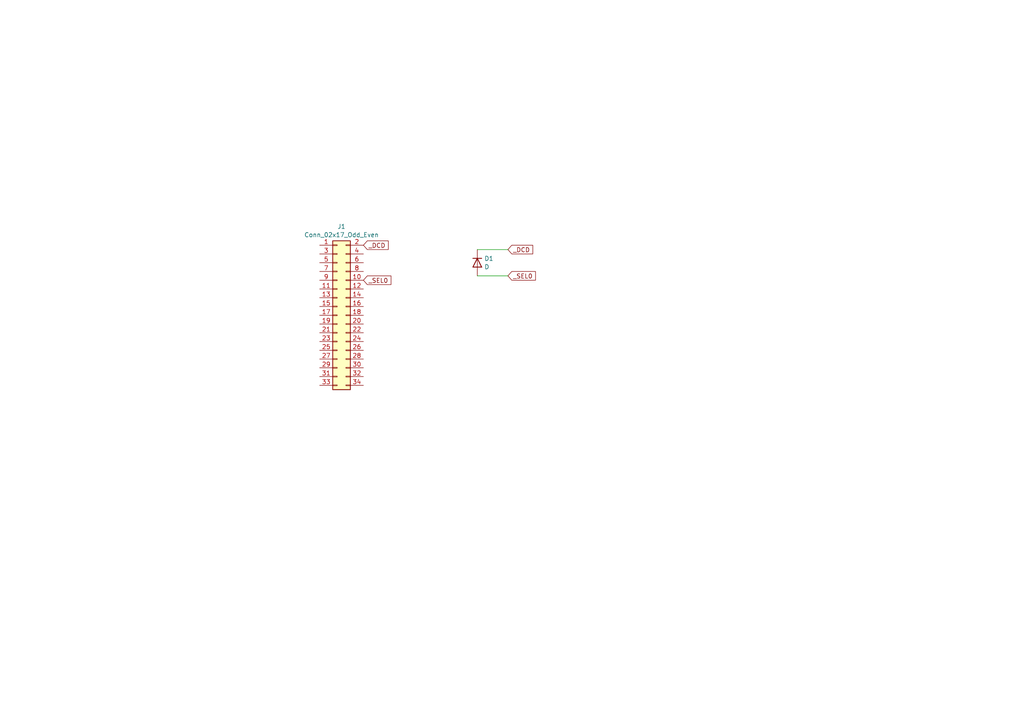
<source format=kicad_sch>
(kicad_sch (version 20231120) (generator "eeschema") (generator_version "8.0")
  (paper "A4")
  (lib_symbols
    (symbol "Connector_Generic:Conn_02x17_Odd_Even" (pin_names (offset 1.016) hide)
      (property "Reference" "J" (at 1.27 22.86 0))
      (property "Value" "Conn_02x17_Odd_Even" (at 1.27 -22.86 0))
      (symbol "Conn_02x17_Odd_Even_1_1"
        (rectangle (start -1.27 -20.193) (end 0 -20.447) (stroke (width 0.1524)))
        (rectangle (start -1.27 -17.653) (end 0 -17.907) (stroke (width 0.1524)))
        (rectangle (start -1.27 -15.113) (end 0 -15.367) (stroke (width 0.1524)))
        (rectangle (start -1.27 -12.573) (end 0 -12.827) (stroke (width 0.1524)))
        (rectangle (start -1.27 -10.033) (end 0 -10.287) (stroke (width 0.1524)))
        (rectangle (start -1.27 -7.493) (end 0 -7.747) (stroke (width 0.1524)))
        (rectangle (start -1.27 -4.953) (end 0 -5.207) (stroke (width 0.1524)))
        (rectangle (start -1.27 -2.413) (end 0 -2.667) (stroke (width 0.1524)))
        (rectangle (start -1.27 0.127) (end 0 -0.127) (stroke (width 0.1524)))
        (rectangle (start -1.27 2.667) (end 0 2.413) (stroke (width 0.1524)))
        (rectangle (start -1.27 5.207) (end 0 4.953) (stroke (width 0.1524)))
        (rectangle (start -1.27 7.747) (end 0 7.493) (stroke (width 0.1524)))
        (rectangle (start -1.27 10.287) (end 0 10.033) (stroke (width 0.1524)))
        (rectangle (start -1.27 12.827) (end 0 12.573) (stroke (width 0.1524)))
        (rectangle (start -1.27 15.367) (end 0 15.113) (stroke (width 0.1524)))
        (rectangle (start -1.27 17.907) (end 0 17.653) (stroke (width 0.1524)))
        (rectangle (start -1.27 20.447) (end 0 20.193) (stroke (width 0.1524)))
        (rectangle (start -1.27 21.59) (end 3.81 -21.59) (stroke (width 0.254)) (fill (type background)))
        (rectangle (start 3.81 -20.193) (end 2.54 -20.447) (stroke (width 0.1524)))
        (rectangle (start 3.81 -17.653) (end 2.54 -17.907) (stroke (width 0.1524)))
        (rectangle (start 3.81 -15.113) (end 2.54 -15.367) (stroke (width 0.1524)))
        (rectangle (start 3.81 -12.573) (end 2.54 -12.827) (stroke (width 0.1524)))
        (rectangle (start 3.81 -10.033) (end 2.54 -10.287) (stroke (width 0.1524)))
        (rectangle (start 3.81 -7.493) (end 2.54 -7.747) (stroke (width 0.1524)))
        (rectangle (start 3.81 -4.953) (end 2.54 -5.207) (stroke (width 0.1524)))
        (rectangle (start 3.81 -2.413) (end 2.54 -2.667) (stroke (width 0.1524)))
        (rectangle (start 3.81 0.127) (end 2.54 -0.127) (stroke (width 0.1524)))
        (rectangle (start 3.81 2.667) (end 2.54 2.413) (stroke (width 0.1524)))
        (rectangle (start 3.81 5.207) (end 2.54 4.953) (stroke (width 0.1524)))
        (rectangle (start 3.81 7.747) (end 2.54 7.493) (stroke (width 0.1524)))
        (rectangle (start 3.81 10.287) (end 2.54 10.033) (stroke (width 0.1524)))
        (rectangle (start 3.81 12.827) (end 2.54 12.573) (stroke (width 0.1524)))
        (rectangle (start 3.81 15.367) (end 2.54 15.113) (stroke (width 0.1524)))
        (rectangle (start 3.81 17.907) (end 2.54 17.653) (stroke (width 0.1524)))
        (rectangle (start 3.81 20.447) (end 2.54 20.193) (stroke (width 0.1524)))
        (pin passive line (at -5.08 20.32 0) (length 3.81) (name "Pin_1") (number "1"))
        (pin passive line (at 7.62 10.16 180) (length 3.81) (name "Pin_10") (number "10"))
        (pin passive line (at -5.08 7.62 0) (length 3.81) (name "Pin_11") (number "11"))
        (pin passive line (at 7.62 7.62 180) (length 3.81) (name "Pin_12") (number "12"))
        (pin passive line (at -5.08 5.08 0) (length 3.81) (name "Pin_13") (number "13"))
        (pin passive line (at 7.62 5.08 180) (length 3.81) (name "Pin_14") (number "14"))
        (pin passive line (at -5.08 2.54 0) (length 3.81) (name "Pin_15") (number "15"))
        (pin passive line (at 7.62 2.54 180) (length 3.81) (name "Pin_16") (number "16"))
        (pin passive line (at -5.08 0 0) (length 3.81) (name "Pin_17") (number "17"))
        (pin passive line (at 7.62 0 180) (length 3.81) (name "Pin_18") (number "18"))
        (pin passive line (at -5.08 -2.54 0) (length 3.81) (name "Pin_19") (number "19"))
        (pin passive line (at 7.62 20.32 180) (length 3.81) (name "Pin_2") (number "2"))
        (pin passive line (at 7.62 -2.54 180) (length 3.81) (name "Pin_20") (number "20"))
        (pin passive line (at -5.08 -5.08 0) (length 3.81) (name "Pin_21") (number "21"))
        (pin passive line (at 7.62 -5.08 180) (length 3.81) (name "Pin_22") (number "22"))
        (pin passive line (at -5.08 -7.62 0) (length 3.81) (name "Pin_23") (number "23"))
        (pin passive line (at 7.62 -7.62 180) (length 3.81) (name "Pin_24") (number "24"))
        (pin passive line (at -5.08 -10.16 0) (length 3.81) (name "Pin_25") (number "25"))
        (pin passive line (at 7.62 -10.16 180) (length 3.81) (name "Pin_26") (number "26"))
        (pin passive line (at -5.08 -12.7 0) (length 3.81) (name "Pin_27") (number "27"))
        (pin passive line (at 7.62 -12.7 180) (length 3.81) (name "Pin_28") (number "28"))
        (pin passive line (at -5.08 -15.24 0) (length 3.81) (name "Pin_29") (number "29"))
        (pin passive line (at -5.08 17.78 0) (length 3.81) (name "Pin_3") (number "3"))
        (pin passive line (at 7.62 -15.24 180) (length 3.81) (name "Pin_30") (number "30"))
        (pin passive line (at -5.08 -17.78 0) (length 3.81) (name "Pin_31") (number "31"))
        (pin passive line (at 7.62 -17.78 180) (length 3.81) (name "Pin_32") (number "32"))
        (pin passive line (at -5.08 -20.32 0) (length 3.81) (name "Pin_33") (number "33"))
        (pin passive line (at 7.62 -20.32 180) (length 3.81) (name "Pin_34") (number "34"))
        (pin passive line (at 7.62 17.78 180) (length 3.81) (name "Pin_4") (number "4"))
        (pin passive line (at -5.08 15.24 0) (length 3.81) (name "Pin_5") (number "5"))
        (pin passive line (at 7.62 15.24 180) (length 3.81) (name "Pin_6") (number "6"))
        (pin passive line (at -5.08 12.7 0) (length 3.81) (name "Pin_7") (number "7"))
        (pin passive line (at 7.62 12.7 180) (length 3.81) (name "Pin_8") (number "8"))
        (pin passive line (at -5.08 10.16 0) (length 3.81) (name "Pin_9") (number "9"))
      )
    )
    (symbol "Device:D" (pin_numbers hide) (pin_names (offset 1.016) hide)
      (property "Reference" "D" (at 0 2.54 0))
      (property "Value" "D" (at 0 -2.54 0))
      (symbol "D_0_1"
        (polyline (pts (xy -1.27 1.27) (xy -1.27 -1.27)) (stroke (width 0.254)))
        (polyline (pts (xy 1.27 0) (xy -1.27 0)))
        (polyline (pts (xy 1.27 1.27) (xy 1.27 -1.27) (xy -1.27 0) (xy 1.27 1.27)) (stroke (width 0.254)))
      )
      (symbol "D_1_1"
        (pin passive line (at -3.81 0 0) (length 2.54) (name "K") (number "1"))
        (pin passive line (at 3.81 0 180) (length 2.54) (name "A") (number "2"))
      )
    )
  )
  (wire (pts (xy 147.32 80.01) (xy 138.43 80.01)))
  (wire (pts (xy 138.43 72.39) (xy 147.32 72.39)))
  (global_label "_SEL0" (shape input) (at 147.32 80.01 0) (property "Intersheetrefs" "${INTERSHEET_REFS}" (effects (hide yes))))
  (global_label "_SEL0" (shape input) (at 105.41 81.28 0) (property "Intersheetrefs" "${INTERSHEET_REFS}" (effects (hide yes))))
  (global_label "_DCD" (shape input) (at 105.41 71.12 0) (property "Intersheetrefs" "${INTERSHEET_REFS}" (effects (hide yes))))
  (global_label "_DCD" (shape input) (at 147.32 72.39 0) (property "Intersheetrefs" "${INTERSHEET_REFS}" (effects (hide yes))))
  (symbol (lib_id "Device:D") (at 138.43 76.2 270) (unit 1)
    (property "Reference" "D1" (at 140.462 74.9878 90) (effects (justify left)))
    (property "Value" "D" (at 140.462 77.4121 90) (effects (justify left)))
    (property "Footprint" "Diode_SMD:D_SOD-323" (effects (hide yes)))
    (property "Description" "Diode" (effects (hide yes)))
    (property "Sim.Device" "D" (effects (hide yes)))
    (property "Sim.Pins" "1=K 2=A" (effects (hide yes)))
    (property "LCSC" "C2128" (effects (hide yes)))
  )
  (symbol (lib_id "Connector_Generic:Conn_02x17_Odd_Even") (at 97.79 91.44 0) (unit 1)
    (property "Reference" "J1" (at 99.06 65.7055 0))
    (property "Value" "Conn_02x17_Odd_Even" (at 99.06 68.1298 0))
    (property "Footprint" "Connector_PinSocket_2.54mm:PinSocket_2x17_P2.54mm_Vertical" (effects (hide yes)))
    (property "Description" "Generic connector, double row, 02x17, odd/even pin numbering scheme (row 1 odd numbers, row 2 even numbers), script generated (kicad-library-utils/schlib/autogen/connector/)" (effects (hide yes)))
    (property "LCSC" "C92264" (effects (hide yes)))
  )
)
</source>
